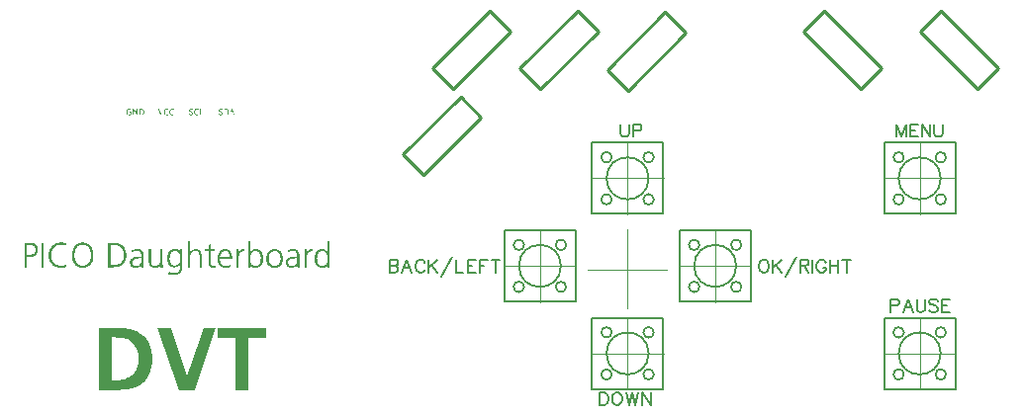
<source format=gto>
G04 Layer: TopSilkscreenLayer*
G04 EasyEDA v6.5.29, 2023-07-14 15:37:15*
G04 db832162b2324ea39ecaeeaa3fe534e0,1e4d668faf9c44eeab1497739a8aa4b2,10*
G04 Gerber Generator version 0.2*
G04 Scale: 100 percent, Rotated: No, Reflected: No *
G04 Dimensions in millimeters *
G04 leading zeros omitted , absolute positions ,4 integer and 5 decimal *
%FSLAX45Y45*%
%MOMM*%

%ADD10C,0.1524*%
%ADD11C,0.0500*%
%ADD12C,0.2499*%
%ADD13C,0.0508*%
%ADD14C,0.2032*%
%ADD15C,0.0101*%

%LPD*%
G36*
X1558391Y2598623D02*
G01*
X1553260Y2598115D01*
X1548587Y2596591D01*
X1544421Y2594152D01*
X1540865Y2590800D01*
X1537970Y2586634D01*
X1535785Y2581706D01*
X1534464Y2576017D01*
X1534007Y2569667D01*
X1534464Y2563266D01*
X1535785Y2557526D01*
X1537919Y2552598D01*
X1540764Y2548432D01*
X1544269Y2545130D01*
X1548333Y2542692D01*
X1552905Y2541219D01*
X1557883Y2540711D01*
X1562912Y2541219D01*
X1567434Y2542794D01*
X1571396Y2545334D01*
X1574901Y2548839D01*
X1571345Y2552649D01*
X1568500Y2549956D01*
X1565402Y2547975D01*
X1561947Y2546705D01*
X1558137Y2546299D01*
X1550720Y2547975D01*
X1545132Y2552649D01*
X1541576Y2560015D01*
X1540357Y2569667D01*
X1541627Y2579420D01*
X1545285Y2586786D01*
X1550974Y2591409D01*
X1558391Y2593035D01*
X1561795Y2592628D01*
X1564894Y2591511D01*
X1567637Y2589834D01*
X1570075Y2587701D01*
X1573631Y2591765D01*
X1570786Y2594356D01*
X1567230Y2596540D01*
X1563065Y2598064D01*
G37*
G36*
X1604365Y2598623D02*
G01*
X1599234Y2598115D01*
X1594561Y2596591D01*
X1590395Y2594152D01*
X1586839Y2590800D01*
X1583944Y2586634D01*
X1581759Y2581706D01*
X1580438Y2576017D01*
X1579981Y2569667D01*
X1580438Y2563266D01*
X1581759Y2557526D01*
X1583893Y2552598D01*
X1586738Y2548432D01*
X1590243Y2545130D01*
X1594307Y2542692D01*
X1598879Y2541219D01*
X1603857Y2540711D01*
X1608988Y2541219D01*
X1613509Y2542794D01*
X1617421Y2545334D01*
X1620875Y2548839D01*
X1617319Y2552649D01*
X1614525Y2549956D01*
X1611477Y2547975D01*
X1608023Y2546705D01*
X1604111Y2546299D01*
X1596694Y2547975D01*
X1591106Y2552649D01*
X1587550Y2560015D01*
X1586331Y2569667D01*
X1587601Y2579420D01*
X1591259Y2586786D01*
X1596948Y2591409D01*
X1604365Y2593035D01*
X1607820Y2592628D01*
X1610969Y2591511D01*
X1613712Y2589834D01*
X1616049Y2587701D01*
X1619605Y2591765D01*
X1616760Y2594356D01*
X1613306Y2596540D01*
X1609140Y2598064D01*
G37*
G36*
X1487271Y2597607D02*
G01*
X1505051Y2541727D01*
X1512417Y2541727D01*
X1530197Y2597607D01*
X1523847Y2597607D01*
X1508861Y2548331D01*
X1508607Y2548331D01*
X1503273Y2566619D01*
X1493875Y2597607D01*
G37*
G36*
X1237335Y2598623D02*
G01*
X1232001Y2598115D01*
X1227175Y2596591D01*
X1222908Y2594152D01*
X1219200Y2590800D01*
X1216253Y2586634D01*
X1214018Y2581706D01*
X1212646Y2576017D01*
X1212189Y2569667D01*
X1212646Y2563266D01*
X1213967Y2557526D01*
X1216152Y2552598D01*
X1219047Y2548432D01*
X1222654Y2545130D01*
X1226870Y2542692D01*
X1231595Y2541219D01*
X1236827Y2540711D01*
X1242212Y2541219D01*
X1246987Y2542540D01*
X1250950Y2544572D01*
X1254099Y2547061D01*
X1254099Y2570175D01*
X1236065Y2570175D01*
X1236065Y2565095D01*
X1248257Y2565095D01*
X1248257Y2549855D01*
X1246174Y2548331D01*
X1243584Y2547213D01*
X1240637Y2546553D01*
X1237589Y2546299D01*
X1229461Y2547975D01*
X1223467Y2552649D01*
X1219809Y2560015D01*
X1218539Y2569667D01*
X1219860Y2579420D01*
X1223670Y2586786D01*
X1229664Y2591409D01*
X1237589Y2593035D01*
X1241552Y2592578D01*
X1244803Y2591409D01*
X1247495Y2589733D01*
X1249781Y2587701D01*
X1253337Y2591765D01*
X1250543Y2594254D01*
X1247038Y2596438D01*
X1242669Y2598013D01*
G37*
G36*
X1267561Y2597607D02*
G01*
X1267561Y2541727D01*
X1273403Y2541727D01*
X1273302Y2576525D01*
X1272641Y2589225D01*
X1273149Y2589225D01*
X1279245Y2577795D01*
X1300073Y2541727D01*
X1306677Y2541727D01*
X1306677Y2597607D01*
X1300581Y2597607D01*
X1300632Y2562961D01*
X1301597Y2549855D01*
X1301089Y2549855D01*
X1294993Y2561285D01*
X1273911Y2597607D01*
G37*
G36*
X1322171Y2597607D02*
G01*
X1322171Y2592273D01*
X1335379Y2592273D01*
X1340104Y2591917D01*
X1344168Y2590800D01*
X1347622Y2588971D01*
X1350467Y2586431D01*
X1352651Y2583230D01*
X1354175Y2579420D01*
X1355140Y2574950D01*
X1355445Y2569921D01*
X1355140Y2564841D01*
X1354175Y2560320D01*
X1352651Y2556357D01*
X1350467Y2553055D01*
X1347622Y2550363D01*
X1344168Y2548432D01*
X1340104Y2547213D01*
X1335379Y2546807D01*
X1328521Y2546807D01*
X1328521Y2592273D01*
X1322171Y2592273D01*
X1322171Y2541727D01*
X1336141Y2541727D01*
X1342136Y2542235D01*
X1347368Y2543657D01*
X1351788Y2546045D01*
X1355445Y2549245D01*
X1358341Y2553309D01*
X1360373Y2558135D01*
X1361643Y2563672D01*
X1362049Y2569921D01*
X1361643Y2576169D01*
X1360373Y2581656D01*
X1358290Y2586380D01*
X1355445Y2590342D01*
X1351737Y2593492D01*
X1347266Y2595727D01*
X1341932Y2597150D01*
X1335887Y2597607D01*
G37*
G36*
X1764639Y2598623D02*
G01*
X1757730Y2597556D01*
X1752295Y2594508D01*
X1748637Y2589834D01*
X1747367Y2583891D01*
X1748434Y2578557D01*
X1751177Y2574594D01*
X1754835Y2571699D01*
X1758797Y2569667D01*
X1770634Y2564384D01*
X1773631Y2562352D01*
X1775612Y2559710D01*
X1776323Y2555951D01*
X1775460Y2551988D01*
X1773072Y2548940D01*
X1769211Y2547010D01*
X1764131Y2546299D01*
X1759762Y2546807D01*
X1755597Y2548229D01*
X1751736Y2550464D01*
X1748383Y2553411D01*
X1744573Y2549093D01*
X1748485Y2545638D01*
X1753107Y2542997D01*
X1758289Y2541320D01*
X1764131Y2540711D01*
X1771853Y2541930D01*
X1777695Y2545232D01*
X1781352Y2550261D01*
X1782673Y2556459D01*
X1781759Y2561793D01*
X1779320Y2565806D01*
X1775714Y2568854D01*
X1771243Y2571191D01*
X1759813Y2576220D01*
X1756765Y2578150D01*
X1754581Y2580792D01*
X1753717Y2584399D01*
X1754530Y2588006D01*
X1756765Y2590698D01*
X1760220Y2592425D01*
X1764639Y2593035D01*
X1768398Y2592679D01*
X1771751Y2591612D01*
X1774799Y2589936D01*
X1777593Y2587701D01*
X1780895Y2591765D01*
X1777644Y2594457D01*
X1773783Y2596642D01*
X1769414Y2598115D01*
G37*
G36*
X1815185Y2598623D02*
G01*
X1810004Y2598115D01*
X1805330Y2596591D01*
X1801114Y2594152D01*
X1797507Y2590800D01*
X1794560Y2586634D01*
X1792376Y2581706D01*
X1791004Y2576017D01*
X1790547Y2569667D01*
X1791004Y2563266D01*
X1792376Y2557526D01*
X1794560Y2552598D01*
X1797456Y2548432D01*
X1801012Y2545130D01*
X1805127Y2542692D01*
X1809699Y2541219D01*
X1814677Y2540711D01*
X1819706Y2541219D01*
X1824228Y2542794D01*
X1828190Y2545334D01*
X1831695Y2548839D01*
X1828139Y2552649D01*
X1825294Y2549956D01*
X1822196Y2547975D01*
X1818741Y2546705D01*
X1814931Y2546299D01*
X1807514Y2547975D01*
X1801926Y2552649D01*
X1798370Y2560015D01*
X1797151Y2569667D01*
X1798421Y2579420D01*
X1802079Y2586786D01*
X1807768Y2591409D01*
X1815185Y2593035D01*
X1818589Y2592628D01*
X1821688Y2591511D01*
X1824431Y2589834D01*
X1826869Y2587701D01*
X1830171Y2591765D01*
X1827479Y2594356D01*
X1823974Y2596540D01*
X1819859Y2598064D01*
G37*
G36*
X1842109Y2597607D02*
G01*
X1842109Y2541727D01*
X1873097Y2541727D01*
X1873097Y2547061D01*
X1848459Y2547061D01*
X1848459Y2597607D01*
G37*
G36*
X2018639Y2598623D02*
G01*
X2011730Y2597556D01*
X2006295Y2594508D01*
X2002637Y2589834D01*
X2001367Y2583891D01*
X2002434Y2578557D01*
X2005177Y2574594D01*
X2008835Y2571699D01*
X2012797Y2569667D01*
X2024634Y2564384D01*
X2027631Y2562352D01*
X2029612Y2559710D01*
X2030323Y2555951D01*
X2029460Y2551988D01*
X2027072Y2548940D01*
X2023211Y2547010D01*
X2018131Y2546299D01*
X2013762Y2546807D01*
X2009597Y2548229D01*
X2005736Y2550464D01*
X2002383Y2553411D01*
X1998573Y2549093D01*
X2002485Y2545638D01*
X2007107Y2542997D01*
X2012289Y2541320D01*
X2018131Y2540711D01*
X2025853Y2541930D01*
X2031695Y2545232D01*
X2035352Y2550261D01*
X2036673Y2556459D01*
X2035759Y2561793D01*
X2033320Y2565806D01*
X2029714Y2568854D01*
X2025243Y2571191D01*
X2013813Y2576220D01*
X2010765Y2578150D01*
X2008581Y2580792D01*
X2007717Y2584399D01*
X2008530Y2588006D01*
X2010765Y2590698D01*
X2014220Y2592425D01*
X2018639Y2593035D01*
X2022398Y2592679D01*
X2025751Y2591612D01*
X2028799Y2589936D01*
X2031593Y2587701D01*
X2034895Y2591765D01*
X2031644Y2594457D01*
X2027783Y2596642D01*
X2023414Y2598115D01*
G37*
G36*
X2047849Y2597607D02*
G01*
X2047849Y2592273D01*
X2061057Y2592273D01*
X2065782Y2591917D01*
X2069846Y2590800D01*
X2073300Y2588971D01*
X2076145Y2586431D01*
X2078329Y2583230D01*
X2079853Y2579420D01*
X2080818Y2574950D01*
X2081123Y2569921D01*
X2080818Y2564841D01*
X2079853Y2560320D01*
X2078329Y2556357D01*
X2076145Y2553055D01*
X2073300Y2550363D01*
X2069846Y2548432D01*
X2065782Y2547213D01*
X2061057Y2546807D01*
X2054199Y2546807D01*
X2054199Y2592273D01*
X2047849Y2592273D01*
X2047849Y2541727D01*
X2061819Y2541727D01*
X2067814Y2542235D01*
X2073046Y2543657D01*
X2077466Y2546045D01*
X2081123Y2549245D01*
X2084019Y2553309D01*
X2086051Y2558135D01*
X2087321Y2563672D01*
X2087727Y2569921D01*
X2087321Y2576169D01*
X2086051Y2581656D01*
X2083968Y2586380D01*
X2081123Y2590342D01*
X2077415Y2593492D01*
X2072944Y2595727D01*
X2067610Y2597150D01*
X2061565Y2597607D01*
G37*
G36*
X2110841Y2597607D02*
G01*
X2099498Y2564333D01*
X2105253Y2564333D01*
X2109774Y2578049D01*
X2113889Y2592273D01*
X2114143Y2592273D01*
X2117039Y2582672D01*
X2123033Y2564333D01*
X2099498Y2564333D01*
X2091791Y2541727D01*
X2098141Y2541727D01*
X2103729Y2559253D01*
X2124557Y2559253D01*
X2130145Y2541727D01*
X2136749Y2541727D01*
X2117699Y2597607D01*
G37*
G36*
X976579Y721156D02*
G01*
X976579Y637844D01*
X1084275Y637844D01*
X1100023Y637692D01*
X1133043Y636625D01*
X1154887Y635101D01*
X1165047Y634034D01*
X1174851Y632714D01*
X1184351Y630986D01*
X1193647Y628904D01*
X1202639Y626414D01*
X1219962Y620014D01*
X1236421Y611428D01*
X1245819Y605536D01*
X1254607Y599033D01*
X1262837Y591921D01*
X1270508Y584149D01*
X1277620Y575767D01*
X1284173Y566775D01*
X1290167Y557174D01*
X1295603Y546912D01*
X1300480Y536295D01*
X1304747Y525475D01*
X1308303Y514502D01*
X1311249Y503377D01*
X1313484Y492048D01*
X1315161Y480517D01*
X1316126Y468884D01*
X1316431Y456996D01*
X1316024Y441451D01*
X1314805Y426567D01*
X1312824Y412394D01*
X1309979Y398881D01*
X1306372Y386080D01*
X1301953Y373938D01*
X1296771Y362508D01*
X1290929Y351790D01*
X1284427Y341680D01*
X1277213Y332282D01*
X1269339Y323596D01*
X1260805Y315518D01*
X1251559Y308102D01*
X1241704Y301294D01*
X1231290Y295148D01*
X1220266Y289661D01*
X1208684Y284886D01*
X1196543Y280720D01*
X1183741Y277164D01*
X1170432Y274269D01*
X1156563Y271983D01*
X1142136Y270357D01*
X1127201Y269392D01*
X1111707Y269036D01*
X1099261Y269798D01*
X1084275Y269798D01*
X1084275Y637844D01*
X976579Y637844D01*
X976579Y187502D01*
X1143711Y187604D01*
X1169009Y188468D01*
X1193495Y190144D01*
X1205433Y191312D01*
X1217218Y192735D01*
X1228902Y194513D01*
X1240485Y196748D01*
X1251966Y199339D01*
X1263294Y202387D01*
X1274521Y205790D01*
X1285595Y209702D01*
X1296212Y214071D01*
X1306474Y218897D01*
X1316278Y224231D01*
X1325727Y230022D01*
X1334719Y236270D01*
X1344574Y243738D01*
X1353870Y251612D01*
X1362608Y259892D01*
X1370787Y268579D01*
X1378407Y277672D01*
X1385519Y287172D01*
X1392072Y297078D01*
X1398066Y307390D01*
X1403502Y318109D01*
X1408379Y329234D01*
X1412849Y340664D01*
X1416812Y352348D01*
X1420317Y364185D01*
X1423365Y376275D01*
X1425905Y388569D01*
X1428038Y401066D01*
X1429664Y413766D01*
X1430832Y426720D01*
X1431544Y439826D01*
X1431747Y453186D01*
X1431594Y463956D01*
X1430426Y485393D01*
X1429359Y496112D01*
X1428038Y506780D01*
X1426413Y517448D01*
X1423416Y533044D01*
X1419758Y547928D01*
X1415440Y562254D01*
X1410411Y575868D01*
X1404467Y589229D01*
X1397609Y602234D01*
X1389735Y614984D01*
X1380947Y627430D01*
X1371041Y639267D01*
X1360170Y650240D01*
X1348333Y660450D01*
X1335481Y669848D01*
X1324762Y677011D01*
X1313637Y683514D01*
X1302105Y689406D01*
X1290116Y694690D01*
X1277721Y699363D01*
X1264869Y703376D01*
X1251813Y706983D01*
X1238808Y710082D01*
X1225753Y712724D01*
X1212697Y714908D01*
X1199692Y716635D01*
X1173327Y718870D01*
X1144930Y720344D01*
X1114196Y721106D01*
G37*
G36*
X1477721Y721156D02*
G01*
X1663649Y187502D01*
X1795729Y187502D01*
X1976831Y721156D01*
X1869897Y721156D01*
X1755902Y375208D01*
X1748942Y352958D01*
X1742236Y329539D01*
X1732483Y292150D01*
X1726488Y314655D01*
X1720189Y336448D01*
X1713534Y357479D01*
X1706575Y377748D01*
X1593037Y721156D01*
G37*
G36*
X1991309Y721156D02*
G01*
X1991309Y633272D01*
X2143709Y633272D01*
X2143709Y187502D01*
X2251659Y187502D01*
X2251659Y633272D01*
X2405075Y633272D01*
X2405075Y721156D01*
G37*
G36*
X1736699Y1462430D02*
G01*
X1736699Y1237386D01*
X1755495Y1237386D01*
X1755597Y1324508D01*
X1756765Y1334719D01*
X1757832Y1339799D01*
X1759204Y1344828D01*
X1760931Y1349654D01*
X1763014Y1354277D01*
X1765503Y1358646D01*
X1768398Y1362710D01*
X1771650Y1366418D01*
X1775358Y1369669D01*
X1779473Y1372463D01*
X1784045Y1374749D01*
X1789125Y1376426D01*
X1794662Y1377492D01*
X1800707Y1377848D01*
X1807972Y1377391D01*
X1814220Y1376019D01*
X1819554Y1373886D01*
X1823974Y1370939D01*
X1827631Y1367332D01*
X1830578Y1363116D01*
X1832813Y1358341D01*
X1834540Y1353108D01*
X1835708Y1347419D01*
X1836470Y1341424D01*
X1836877Y1335125D01*
X1837029Y1328572D01*
X1837029Y1237386D01*
X1856079Y1237386D01*
X1856079Y1329080D01*
X1855927Y1336040D01*
X1855520Y1342694D01*
X1854758Y1349044D01*
X1853692Y1355090D01*
X1852218Y1360830D01*
X1850339Y1366164D01*
X1848053Y1371142D01*
X1845310Y1375714D01*
X1842109Y1379829D01*
X1838350Y1383436D01*
X1834083Y1386586D01*
X1829257Y1389227D01*
X1823821Y1391310D01*
X1817776Y1392885D01*
X1811121Y1393799D01*
X1803755Y1394104D01*
X1795576Y1393545D01*
X1788007Y1391869D01*
X1780946Y1389227D01*
X1774545Y1385671D01*
X1768754Y1381353D01*
X1763725Y1376324D01*
X1759457Y1370736D01*
X1756003Y1364640D01*
X1755495Y1364640D01*
X1755495Y1462430D01*
G37*
G36*
X2251303Y1462430D02*
G01*
X2251303Y1314094D01*
X2270353Y1314094D01*
X2270455Y1319377D01*
X2271522Y1330248D01*
X2272538Y1335735D01*
X2273858Y1341170D01*
X2275535Y1346454D01*
X2277567Y1351534D01*
X2280005Y1356360D01*
X2282799Y1360881D01*
X2286050Y1364996D01*
X2289759Y1368653D01*
X2293924Y1371803D01*
X2298547Y1374343D01*
X2303678Y1376273D01*
X2309368Y1377442D01*
X2315565Y1377848D01*
X2322017Y1377492D01*
X2327859Y1376324D01*
X2333142Y1374546D01*
X2337866Y1372057D01*
X2342083Y1369060D01*
X2345791Y1365504D01*
X2348992Y1361541D01*
X2351786Y1357122D01*
X2354173Y1352397D01*
X2356154Y1347317D01*
X2357729Y1342034D01*
X2358999Y1336598D01*
X2359914Y1331010D01*
X2360879Y1319733D01*
X2361031Y1314094D01*
X2360523Y1302816D01*
X2359914Y1297178D01*
X2358999Y1291590D01*
X2357729Y1286103D01*
X2356154Y1280769D01*
X2354173Y1275740D01*
X2351786Y1270965D01*
X2348992Y1266545D01*
X2345791Y1262532D01*
X2342083Y1258976D01*
X2337866Y1255928D01*
X2333142Y1253439D01*
X2327859Y1251610D01*
X2322017Y1250492D01*
X2315565Y1250086D01*
X2309520Y1250492D01*
X2303983Y1251712D01*
X2298903Y1253591D01*
X2294331Y1256182D01*
X2290216Y1259332D01*
X2286508Y1262989D01*
X2283256Y1267104D01*
X2280361Y1271625D01*
X2277872Y1276451D01*
X2275789Y1281582D01*
X2274062Y1286865D01*
X2272690Y1292301D01*
X2271623Y1297838D01*
X2270455Y1308760D01*
X2270353Y1314094D01*
X2251303Y1314094D01*
X2251303Y1237386D01*
X2270353Y1237386D01*
X2270353Y1261770D01*
X2270861Y1261770D01*
X2274925Y1254963D01*
X2279497Y1249172D01*
X2284679Y1244346D01*
X2290318Y1240485D01*
X2296566Y1237538D01*
X2303322Y1235456D01*
X2310688Y1234236D01*
X2318613Y1233830D01*
X2324709Y1234084D01*
X2330551Y1234846D01*
X2336038Y1236116D01*
X2341219Y1237843D01*
X2346096Y1239977D01*
X2350668Y1242568D01*
X2354935Y1245616D01*
X2358847Y1249019D01*
X2362504Y1252778D01*
X2365806Y1256944D01*
X2368804Y1261414D01*
X2371496Y1266190D01*
X2373833Y1271320D01*
X2375916Y1276705D01*
X2377643Y1282395D01*
X2379065Y1288288D01*
X2380183Y1294434D01*
X2380945Y1300784D01*
X2381402Y1307388D01*
X2381605Y1314094D01*
X2381453Y1320952D01*
X2381046Y1327658D01*
X2380335Y1334058D01*
X2379370Y1340256D01*
X2378049Y1346200D01*
X2376474Y1351889D01*
X2374595Y1357274D01*
X2372360Y1362354D01*
X2369820Y1367129D01*
X2366924Y1371549D01*
X2363724Y1375613D01*
X2360168Y1379321D01*
X2356307Y1382674D01*
X2352040Y1385620D01*
X2347417Y1388160D01*
X2342388Y1390243D01*
X2337054Y1391920D01*
X2331262Y1393139D01*
X2325116Y1393850D01*
X2318613Y1394104D01*
X2311400Y1393698D01*
X2304846Y1392478D01*
X2298903Y1390599D01*
X2293518Y1388160D01*
X2288743Y1385366D01*
X2284526Y1382217D01*
X2280869Y1378966D01*
X2277821Y1375664D01*
X2275281Y1372463D01*
X2273249Y1369466D01*
X2271776Y1366824D01*
X2270861Y1364640D01*
X2270353Y1364640D01*
X2270353Y1462430D01*
G37*
G36*
X2933547Y1462430D02*
G01*
X2933547Y1364640D01*
X2933039Y1364640D01*
X2930601Y1369466D01*
X2926080Y1375664D01*
X2922981Y1378966D01*
X2919323Y1382217D01*
X2915107Y1385366D01*
X2910332Y1388160D01*
X2904998Y1390599D01*
X2899003Y1392478D01*
X2892450Y1393698D01*
X2885287Y1394104D01*
X2878734Y1393850D01*
X2872587Y1393139D01*
X2866847Y1391920D01*
X2861462Y1390243D01*
X2856433Y1388160D01*
X2851810Y1385620D01*
X2847594Y1382674D01*
X2843682Y1379321D01*
X2840126Y1375613D01*
X2836926Y1371549D01*
X2834030Y1367129D01*
X2831490Y1362354D01*
X2829306Y1357274D01*
X2827375Y1351889D01*
X2825800Y1346200D01*
X2824530Y1340256D01*
X2823514Y1334058D01*
X2822803Y1327658D01*
X2822397Y1320952D01*
X2822295Y1314094D01*
X2843123Y1314094D01*
X2843580Y1325372D01*
X2844190Y1331010D01*
X2845104Y1336598D01*
X2846324Y1342034D01*
X2847898Y1347317D01*
X2849829Y1352397D01*
X2852166Y1357122D01*
X2854960Y1361541D01*
X2858160Y1365504D01*
X2861868Y1369060D01*
X2866034Y1372057D01*
X2870758Y1374546D01*
X2876042Y1376324D01*
X2881884Y1377492D01*
X2888335Y1377848D01*
X2894330Y1377442D01*
X2899867Y1376273D01*
X2904947Y1374343D01*
X2909519Y1371803D01*
X2913634Y1368653D01*
X2917342Y1364996D01*
X2920644Y1360881D01*
X2923489Y1356360D01*
X2925978Y1351534D01*
X2928061Y1346454D01*
X2929788Y1341170D01*
X2931160Y1335735D01*
X2932226Y1330248D01*
X2933395Y1319377D01*
X2933547Y1314094D01*
X2933395Y1308760D01*
X2932226Y1297838D01*
X2931160Y1292301D01*
X2929788Y1286865D01*
X2928061Y1281582D01*
X2925978Y1276451D01*
X2923489Y1271625D01*
X2920644Y1267104D01*
X2917342Y1262989D01*
X2913634Y1259332D01*
X2909519Y1256182D01*
X2904947Y1253591D01*
X2899867Y1251712D01*
X2894330Y1250492D01*
X2888335Y1250086D01*
X2881884Y1250492D01*
X2876042Y1251610D01*
X2870758Y1253439D01*
X2866034Y1255928D01*
X2861868Y1258976D01*
X2858160Y1262532D01*
X2854960Y1266545D01*
X2852166Y1270965D01*
X2849829Y1275740D01*
X2847898Y1280769D01*
X2846324Y1286103D01*
X2845104Y1291590D01*
X2844190Y1297178D01*
X2843580Y1302816D01*
X2843123Y1314094D01*
X2822295Y1314094D01*
X2822448Y1307388D01*
X2822905Y1300784D01*
X2823718Y1294434D01*
X2824784Y1288288D01*
X2826207Y1282395D01*
X2827985Y1276705D01*
X2830017Y1271320D01*
X2832354Y1266190D01*
X2835046Y1261414D01*
X2838043Y1256944D01*
X2841345Y1252778D01*
X2845003Y1249019D01*
X2848914Y1245616D01*
X2853182Y1242568D01*
X2857754Y1239977D01*
X2862630Y1237843D01*
X2867812Y1236116D01*
X2873298Y1234846D01*
X2879140Y1234084D01*
X2885287Y1233830D01*
X2893161Y1234236D01*
X2900527Y1235456D01*
X2907284Y1237538D01*
X2913532Y1240485D01*
X2919222Y1244346D01*
X2924352Y1249172D01*
X2928924Y1254963D01*
X2933039Y1261770D01*
X2933547Y1261770D01*
X2933547Y1237386D01*
X2952597Y1237386D01*
X2952597Y1462430D01*
G37*
G36*
X651865Y1450492D02*
G01*
X645007Y1450340D01*
X638352Y1449832D01*
X631850Y1449019D01*
X625602Y1447850D01*
X619506Y1446377D01*
X613664Y1444599D01*
X608025Y1442516D01*
X602589Y1440180D01*
X597357Y1437487D01*
X592378Y1434592D01*
X587603Y1431391D01*
X583082Y1427886D01*
X578764Y1424178D01*
X574700Y1420215D01*
X570941Y1415999D01*
X567385Y1411528D01*
X564083Y1406855D01*
X561035Y1401978D01*
X558292Y1396847D01*
X555802Y1391513D01*
X553567Y1385976D01*
X551637Y1380286D01*
X550011Y1374394D01*
X548640Y1368298D01*
X547573Y1362049D01*
X546811Y1355598D01*
X546354Y1349044D01*
X546201Y1342288D01*
X546354Y1335430D01*
X546760Y1328724D01*
X547522Y1322171D01*
X548589Y1315821D01*
X549910Y1309674D01*
X551484Y1303680D01*
X553415Y1297940D01*
X555599Y1292352D01*
X558038Y1287018D01*
X560730Y1281887D01*
X563727Y1276959D01*
X566978Y1272336D01*
X570484Y1267866D01*
X574243Y1263700D01*
X578256Y1259738D01*
X582523Y1256030D01*
X587044Y1252626D01*
X591820Y1249476D01*
X596798Y1246581D01*
X602030Y1243990D01*
X607466Y1241653D01*
X613156Y1239621D01*
X619048Y1237894D01*
X625195Y1236421D01*
X631545Y1235303D01*
X638098Y1234490D01*
X644855Y1233982D01*
X657250Y1233932D01*
X669848Y1234846D01*
X676503Y1235760D01*
X683107Y1236980D01*
X689406Y1238554D01*
X695045Y1240536D01*
X699871Y1242974D01*
X698601Y1261008D01*
X693724Y1258519D01*
X688187Y1256487D01*
X682142Y1254912D01*
X675894Y1253693D01*
X669493Y1252829D01*
X657301Y1251966D01*
X651865Y1251864D01*
X645058Y1252067D01*
X638556Y1252626D01*
X632307Y1253591D01*
X626313Y1254912D01*
X620623Y1256588D01*
X615238Y1258570D01*
X610108Y1260906D01*
X605231Y1263599D01*
X600659Y1266545D01*
X596392Y1269847D01*
X592378Y1273403D01*
X588670Y1277264D01*
X585216Y1281430D01*
X582117Y1285798D01*
X579272Y1290472D01*
X576681Y1295349D01*
X574446Y1300530D01*
X572465Y1305864D01*
X570788Y1311452D01*
X569468Y1317244D01*
X568401Y1323238D01*
X567639Y1329436D01*
X567182Y1335786D01*
X567029Y1342288D01*
X567182Y1348689D01*
X567639Y1354937D01*
X568401Y1361033D01*
X569518Y1366977D01*
X570941Y1372717D01*
X572617Y1378254D01*
X574598Y1383588D01*
X576935Y1388719D01*
X579526Y1393596D01*
X582422Y1398270D01*
X585571Y1402689D01*
X589026Y1406804D01*
X592785Y1410716D01*
X596798Y1414272D01*
X601116Y1417624D01*
X605688Y1420622D01*
X610565Y1423314D01*
X615645Y1425651D01*
X621030Y1427683D01*
X626668Y1429410D01*
X632612Y1430731D01*
X638759Y1431696D01*
X645160Y1432255D01*
X651865Y1432458D01*
X663498Y1432052D01*
X675792Y1430578D01*
X681888Y1429410D01*
X687781Y1427835D01*
X693369Y1425905D01*
X698601Y1423568D01*
X699871Y1442618D01*
X695147Y1444650D01*
X689457Y1446326D01*
X683056Y1447698D01*
X676300Y1448765D01*
X662940Y1450086D01*
G37*
G36*
X837539Y1450492D02*
G01*
X830884Y1450289D01*
X824534Y1449730D01*
X818438Y1448765D01*
X812546Y1447495D01*
X806958Y1445818D01*
X801573Y1443837D01*
X796442Y1441551D01*
X791616Y1438960D01*
X786993Y1436065D01*
X782624Y1432864D01*
X778510Y1429461D01*
X774649Y1425752D01*
X770991Y1421790D01*
X767588Y1417624D01*
X764438Y1413256D01*
X761542Y1408684D01*
X758901Y1403908D01*
X756462Y1398930D01*
X754278Y1393799D01*
X752348Y1388516D01*
X749198Y1377543D01*
X746963Y1366113D01*
X746201Y1360271D01*
X745388Y1348333D01*
X745337Y1342288D01*
X766165Y1342288D01*
X766622Y1353362D01*
X767994Y1364335D01*
X769061Y1369720D01*
X771906Y1380236D01*
X773684Y1385316D01*
X775716Y1390243D01*
X778002Y1395018D01*
X780542Y1399590D01*
X783336Y1403959D01*
X786384Y1408074D01*
X789736Y1411986D01*
X793292Y1415592D01*
X797102Y1418894D01*
X801217Y1421942D01*
X805586Y1424584D01*
X810209Y1426921D01*
X815136Y1428851D01*
X820318Y1430426D01*
X825753Y1431544D01*
X831494Y1432255D01*
X837539Y1432458D01*
X843534Y1432255D01*
X849274Y1431544D01*
X854710Y1430426D01*
X859891Y1428851D01*
X864819Y1426921D01*
X869442Y1424584D01*
X873810Y1421942D01*
X877925Y1418894D01*
X881735Y1415592D01*
X885342Y1411986D01*
X888644Y1408074D01*
X891692Y1403959D01*
X894486Y1399590D01*
X897026Y1395018D01*
X899312Y1390243D01*
X901344Y1385316D01*
X903122Y1380236D01*
X905967Y1369720D01*
X907034Y1364335D01*
X908405Y1353362D01*
X908913Y1342288D01*
X908405Y1331163D01*
X907846Y1325626D01*
X905967Y1314754D01*
X903122Y1304188D01*
X901344Y1299108D01*
X899312Y1294130D01*
X897026Y1289354D01*
X894486Y1284782D01*
X891692Y1280414D01*
X888644Y1276299D01*
X885342Y1272387D01*
X881735Y1268780D01*
X877925Y1265428D01*
X873810Y1262430D01*
X869442Y1259738D01*
X864819Y1257452D01*
X859891Y1255471D01*
X854710Y1253947D01*
X849274Y1252829D01*
X843534Y1252118D01*
X837539Y1251864D01*
X831494Y1252118D01*
X825753Y1252829D01*
X820318Y1253947D01*
X815136Y1255471D01*
X810209Y1257452D01*
X805586Y1259738D01*
X801217Y1262430D01*
X797102Y1265428D01*
X793292Y1268780D01*
X789736Y1272387D01*
X786384Y1276299D01*
X783336Y1280414D01*
X780542Y1284782D01*
X778002Y1289354D01*
X775716Y1294130D01*
X773684Y1299108D01*
X771906Y1304188D01*
X769061Y1314754D01*
X767181Y1325626D01*
X766267Y1336751D01*
X766165Y1342288D01*
X745337Y1342288D01*
X745947Y1328826D01*
X746607Y1322374D01*
X748639Y1309928D01*
X751586Y1298244D01*
X753414Y1292707D01*
X755446Y1287373D01*
X757732Y1282242D01*
X760222Y1277315D01*
X762965Y1272641D01*
X765962Y1268171D01*
X769112Y1263954D01*
X772566Y1259992D01*
X776173Y1256284D01*
X780084Y1252829D01*
X784148Y1249629D01*
X788517Y1246733D01*
X793038Y1244092D01*
X797814Y1241755D01*
X802843Y1239672D01*
X808024Y1237945D01*
X813511Y1236472D01*
X819150Y1235354D01*
X825042Y1234490D01*
X831189Y1234033D01*
X837539Y1233830D01*
X843838Y1234033D01*
X849985Y1234490D01*
X855878Y1235354D01*
X861517Y1236472D01*
X867003Y1237945D01*
X872236Y1239672D01*
X877214Y1241755D01*
X881989Y1244092D01*
X886561Y1246733D01*
X890879Y1249629D01*
X894943Y1252829D01*
X898855Y1256284D01*
X902512Y1259992D01*
X905916Y1263954D01*
X909116Y1268171D01*
X912063Y1272641D01*
X914806Y1277315D01*
X917295Y1282242D01*
X919581Y1287373D01*
X921664Y1292707D01*
X925068Y1303985D01*
X927557Y1316075D01*
X929081Y1328826D01*
X929538Y1335481D01*
X929741Y1342288D01*
X929386Y1354328D01*
X928065Y1366113D01*
X927100Y1371904D01*
X924407Y1383080D01*
X920750Y1393799D01*
X918565Y1398930D01*
X916127Y1403908D01*
X913485Y1408684D01*
X910590Y1413256D01*
X907440Y1417624D01*
X904036Y1421790D01*
X900430Y1425752D01*
X896518Y1429461D01*
X892403Y1432864D01*
X888034Y1436065D01*
X883412Y1438960D01*
X878586Y1441551D01*
X873455Y1443837D01*
X868121Y1445818D01*
X862482Y1447495D01*
X856640Y1448765D01*
X850493Y1449730D01*
X844143Y1450289D01*
G37*
G36*
X338429Y1446936D02*
G01*
X338429Y1428902D01*
X392531Y1428902D01*
X398881Y1428597D01*
X404774Y1427683D01*
X410108Y1426159D01*
X414985Y1424025D01*
X419303Y1421384D01*
X423113Y1418132D01*
X426364Y1414322D01*
X429056Y1410004D01*
X431139Y1405128D01*
X432663Y1399743D01*
X433578Y1393850D01*
X433933Y1387500D01*
X433578Y1380794D01*
X432612Y1374851D01*
X430987Y1369618D01*
X428853Y1365097D01*
X426161Y1361135D01*
X423011Y1357782D01*
X419404Y1354937D01*
X415391Y1352600D01*
X411022Y1350721D01*
X406298Y1349248D01*
X401320Y1348079D01*
X396087Y1347266D01*
X385013Y1346352D01*
X373481Y1346098D01*
X359003Y1346098D01*
X359003Y1428902D01*
X338429Y1428902D01*
X338429Y1237386D01*
X359003Y1237386D01*
X359003Y1328064D01*
X387705Y1328064D01*
X394614Y1328318D01*
X401370Y1329029D01*
X407822Y1330198D01*
X414020Y1331874D01*
X419912Y1333957D01*
X425399Y1336548D01*
X430580Y1339596D01*
X435305Y1343101D01*
X439623Y1347114D01*
X443433Y1351534D01*
X446735Y1356410D01*
X449529Y1361744D01*
X451764Y1367485D01*
X453390Y1373733D01*
X454406Y1380388D01*
X454761Y1387500D01*
X454456Y1394714D01*
X453542Y1401419D01*
X452120Y1407718D01*
X450138Y1413510D01*
X447598Y1418844D01*
X444550Y1423720D01*
X441045Y1428140D01*
X437032Y1432102D01*
X432562Y1435557D01*
X427634Y1438605D01*
X422351Y1441145D01*
X416610Y1443228D01*
X410464Y1444853D01*
X403961Y1446022D01*
X397154Y1446733D01*
X389991Y1446936D01*
G37*
G36*
X485495Y1446936D02*
G01*
X485495Y1237386D01*
X506323Y1237386D01*
X506323Y1446936D01*
G37*
G36*
X1053185Y1446936D02*
G01*
X1053185Y1428902D01*
X1110030Y1428800D01*
X1121257Y1427886D01*
X1132027Y1425956D01*
X1137208Y1424584D01*
X1142187Y1422958D01*
X1146962Y1421028D01*
X1151585Y1418793D01*
X1156004Y1416253D01*
X1160221Y1413459D01*
X1164183Y1410258D01*
X1167892Y1406804D01*
X1171346Y1402943D01*
X1174546Y1398778D01*
X1177442Y1394206D01*
X1180084Y1389329D01*
X1182370Y1383995D01*
X1184351Y1378356D01*
X1186027Y1372260D01*
X1187348Y1365758D01*
X1188262Y1358900D01*
X1188872Y1351584D01*
X1189075Y1343812D01*
X1188923Y1337106D01*
X1188466Y1330655D01*
X1187754Y1324508D01*
X1186738Y1318717D01*
X1185468Y1313129D01*
X1183894Y1307896D01*
X1182116Y1302918D01*
X1180033Y1298194D01*
X1177696Y1293774D01*
X1175105Y1289608D01*
X1172260Y1285697D01*
X1169162Y1282039D01*
X1165860Y1278686D01*
X1162304Y1275537D01*
X1158544Y1272641D01*
X1154531Y1270000D01*
X1150315Y1267561D01*
X1145895Y1265377D01*
X1141272Y1263446D01*
X1136446Y1261719D01*
X1131417Y1260195D01*
X1120749Y1257808D01*
X1109370Y1256284D01*
X1097280Y1255522D01*
X1074013Y1255420D01*
X1074013Y1428902D01*
X1053185Y1428902D01*
X1053185Y1237386D01*
X1096162Y1237488D01*
X1108710Y1238199D01*
X1120749Y1239621D01*
X1132230Y1241755D01*
X1143152Y1244701D01*
X1153363Y1248460D01*
X1158240Y1250645D01*
X1162913Y1253032D01*
X1167384Y1255623D01*
X1171702Y1258468D01*
X1175816Y1261516D01*
X1179728Y1264767D01*
X1183436Y1268222D01*
X1190142Y1275892D01*
X1193190Y1280109D01*
X1195984Y1284528D01*
X1198524Y1289151D01*
X1200861Y1294079D01*
X1202944Y1299260D01*
X1204722Y1304645D01*
X1206296Y1310284D01*
X1207566Y1316228D01*
X1208582Y1322425D01*
X1209294Y1328877D01*
X1209751Y1335582D01*
X1209903Y1342542D01*
X1209446Y1355394D01*
X1208024Y1367586D01*
X1206957Y1373479D01*
X1205636Y1379169D01*
X1204061Y1384706D01*
X1202232Y1390040D01*
X1200150Y1395171D01*
X1197813Y1400098D01*
X1195171Y1404823D01*
X1192276Y1409344D01*
X1189075Y1413611D01*
X1185621Y1417726D01*
X1181862Y1421536D01*
X1177848Y1425143D01*
X1173480Y1428496D01*
X1168857Y1431544D01*
X1163929Y1434388D01*
X1158646Y1436979D01*
X1153109Y1439265D01*
X1147216Y1441246D01*
X1141018Y1442974D01*
X1134465Y1444396D01*
X1127607Y1445514D01*
X1120394Y1446276D01*
X1112875Y1446784D01*
X1105001Y1446936D01*
G37*
G36*
X1934565Y1433982D02*
G01*
X1915769Y1427378D01*
X1915769Y1390548D01*
X1885797Y1390548D01*
X1885797Y1374292D01*
X1915769Y1374292D01*
X1915769Y1278026D01*
X1916480Y1265123D01*
X1917344Y1259230D01*
X1918665Y1253794D01*
X1920595Y1248867D01*
X1923186Y1244549D01*
X1926640Y1240891D01*
X1930958Y1237894D01*
X1936343Y1235659D01*
X1942795Y1234287D01*
X1950567Y1233830D01*
X1957374Y1234287D01*
X1963826Y1235354D01*
X1969414Y1236726D01*
X1973681Y1238148D01*
X1972411Y1253642D01*
X1968449Y1252220D01*
X1964436Y1251102D01*
X1960067Y1250391D01*
X1955139Y1250086D01*
X1949805Y1250594D01*
X1945386Y1252118D01*
X1941779Y1254455D01*
X1939036Y1257503D01*
X1936953Y1261262D01*
X1935581Y1265529D01*
X1934768Y1270203D01*
X1934565Y1275232D01*
X1934565Y1374292D01*
X1969363Y1374292D01*
X1969363Y1390548D01*
X1934565Y1390548D01*
G37*
G36*
X1304391Y1394104D02*
G01*
X1299057Y1393901D01*
X1293317Y1393291D01*
X1281226Y1391005D01*
X1269492Y1387703D01*
X1264158Y1385773D01*
X1259433Y1383690D01*
X1259433Y1365402D01*
X1264716Y1368501D01*
X1270101Y1371092D01*
X1275537Y1373276D01*
X1281125Y1374952D01*
X1286814Y1376273D01*
X1292555Y1377188D01*
X1298397Y1377696D01*
X1304391Y1377848D01*
X1310386Y1377594D01*
X1315770Y1376781D01*
X1320546Y1375410D01*
X1324660Y1373479D01*
X1328267Y1370990D01*
X1331315Y1367993D01*
X1333804Y1364437D01*
X1335786Y1360322D01*
X1337310Y1355699D01*
X1338376Y1350467D01*
X1338986Y1344777D01*
X1339189Y1330858D01*
X1325422Y1330807D01*
X1314856Y1330452D01*
X1304188Y1329690D01*
X1293571Y1328318D01*
X1283309Y1326184D01*
X1278382Y1324813D01*
X1273657Y1323187D01*
X1269085Y1321308D01*
X1264767Y1319123D01*
X1260754Y1316583D01*
X1256995Y1313789D01*
X1253591Y1310640D01*
X1250543Y1307084D01*
X1247851Y1303172D01*
X1245616Y1298803D01*
X1243787Y1294079D01*
X1242466Y1288846D01*
X1241653Y1283208D01*
X1241430Y1277772D01*
X1261973Y1277772D01*
X1262380Y1283716D01*
X1263700Y1288999D01*
X1265783Y1293622D01*
X1268577Y1297686D01*
X1272032Y1301191D01*
X1276045Y1304188D01*
X1280566Y1306677D01*
X1285595Y1308760D01*
X1290929Y1310436D01*
X1296619Y1311808D01*
X1302562Y1312824D01*
X1308658Y1313586D01*
X1321155Y1314399D01*
X1339189Y1314602D01*
X1339138Y1301851D01*
X1338783Y1293977D01*
X1338326Y1289659D01*
X1337564Y1285138D01*
X1336497Y1280515D01*
X1335024Y1275943D01*
X1333093Y1271473D01*
X1330655Y1267206D01*
X1327607Y1263192D01*
X1323949Y1259535D01*
X1319580Y1256385D01*
X1314399Y1253744D01*
X1308404Y1251762D01*
X1301546Y1250543D01*
X1293723Y1250086D01*
X1287373Y1250442D01*
X1281480Y1251610D01*
X1276045Y1253540D01*
X1271371Y1256436D01*
X1267460Y1260195D01*
X1264462Y1264970D01*
X1262634Y1270812D01*
X1261973Y1277772D01*
X1241430Y1277772D01*
X1241552Y1273302D01*
X1242110Y1269034D01*
X1243126Y1264462D01*
X1244752Y1259738D01*
X1247089Y1254963D01*
X1250238Y1250289D01*
X1254302Y1245920D01*
X1259332Y1242009D01*
X1265478Y1238656D01*
X1272844Y1236065D01*
X1281582Y1234440D01*
X1291691Y1233830D01*
X1298905Y1234287D01*
X1306118Y1235659D01*
X1313180Y1237945D01*
X1319936Y1241094D01*
X1326184Y1245057D01*
X1331772Y1249934D01*
X1336497Y1255572D01*
X1340205Y1262024D01*
X1340967Y1262024D01*
X1340967Y1237386D01*
X1359509Y1237386D01*
X1358595Y1245209D01*
X1358138Y1252880D01*
X1357985Y1260856D01*
X1357985Y1337208D01*
X1357782Y1344422D01*
X1357223Y1351127D01*
X1356258Y1357274D01*
X1354937Y1362913D01*
X1353159Y1368094D01*
X1350975Y1372768D01*
X1348384Y1376934D01*
X1345336Y1380642D01*
X1341882Y1383842D01*
X1337970Y1386636D01*
X1333550Y1388973D01*
X1328724Y1390853D01*
X1323390Y1392275D01*
X1317548Y1393291D01*
X1311198Y1393901D01*
G37*
G36*
X1623923Y1394104D02*
G01*
X1617319Y1393850D01*
X1611172Y1393139D01*
X1605381Y1391920D01*
X1599996Y1390243D01*
X1594967Y1388160D01*
X1590344Y1385620D01*
X1586077Y1382674D01*
X1582216Y1379321D01*
X1578660Y1375613D01*
X1575460Y1371549D01*
X1572615Y1367129D01*
X1570075Y1362354D01*
X1567840Y1357274D01*
X1565960Y1351889D01*
X1564386Y1346200D01*
X1563116Y1340256D01*
X1562150Y1334058D01*
X1561439Y1327658D01*
X1561033Y1320952D01*
X1560931Y1314094D01*
X1581505Y1314094D01*
X1581962Y1325372D01*
X1582572Y1331010D01*
X1583537Y1336598D01*
X1584756Y1342034D01*
X1586331Y1347317D01*
X1588312Y1352397D01*
X1590649Y1357122D01*
X1593443Y1361541D01*
X1596644Y1365504D01*
X1600352Y1369060D01*
X1604518Y1372057D01*
X1609242Y1374546D01*
X1614474Y1376324D01*
X1620266Y1377492D01*
X1626717Y1377848D01*
X1632915Y1377543D01*
X1638554Y1376629D01*
X1643735Y1375156D01*
X1648358Y1373073D01*
X1652524Y1370482D01*
X1656283Y1367383D01*
X1659534Y1363827D01*
X1662379Y1359814D01*
X1664817Y1355344D01*
X1666900Y1350467D01*
X1668576Y1345234D01*
X1669897Y1339596D01*
X1670913Y1333652D01*
X1671624Y1327404D01*
X1672031Y1320901D01*
X1672183Y1314094D01*
X1672031Y1308811D01*
X1671574Y1303477D01*
X1670812Y1298143D01*
X1669694Y1292860D01*
X1668221Y1287678D01*
X1666443Y1282700D01*
X1664258Y1277924D01*
X1661668Y1273403D01*
X1658721Y1269238D01*
X1655368Y1265428D01*
X1651558Y1262024D01*
X1647291Y1259179D01*
X1642618Y1256842D01*
X1637436Y1255115D01*
X1631797Y1254048D01*
X1625701Y1253642D01*
X1619859Y1253998D01*
X1614525Y1255014D01*
X1609648Y1256639D01*
X1605178Y1258824D01*
X1601114Y1261567D01*
X1597507Y1264818D01*
X1594307Y1268476D01*
X1591462Y1272540D01*
X1589024Y1276959D01*
X1586941Y1281684D01*
X1585214Y1286713D01*
X1583842Y1291894D01*
X1582775Y1297279D01*
X1582064Y1302816D01*
X1581607Y1308455D01*
X1581505Y1314094D01*
X1560931Y1314094D01*
X1561388Y1303680D01*
X1561998Y1298397D01*
X1562912Y1293063D01*
X1564081Y1287780D01*
X1565554Y1282547D01*
X1567383Y1277416D01*
X1569466Y1272387D01*
X1571955Y1267561D01*
X1574749Y1262989D01*
X1577949Y1258620D01*
X1581505Y1254607D01*
X1585417Y1250899D01*
X1589786Y1247546D01*
X1594561Y1244600D01*
X1599742Y1242110D01*
X1605432Y1240078D01*
X1611528Y1238605D01*
X1618081Y1237691D01*
X1625193Y1237386D01*
X1632356Y1237792D01*
X1639265Y1238961D01*
X1645818Y1241044D01*
X1651965Y1244142D01*
X1657705Y1248257D01*
X1662988Y1253490D01*
X1667713Y1259890D01*
X1671929Y1267612D01*
X1672437Y1267612D01*
X1672234Y1254861D01*
X1671574Y1242771D01*
X1670151Y1231442D01*
X1669135Y1226159D01*
X1667814Y1221130D01*
X1666138Y1216406D01*
X1664207Y1211986D01*
X1661871Y1207871D01*
X1659128Y1204112D01*
X1655978Y1200708D01*
X1652371Y1197660D01*
X1648307Y1195070D01*
X1643684Y1192885D01*
X1638554Y1191158D01*
X1632864Y1189939D01*
X1626514Y1189126D01*
X1619605Y1188872D01*
X1613408Y1189126D01*
X1607261Y1189736D01*
X1601165Y1190752D01*
X1595272Y1192072D01*
X1589633Y1193647D01*
X1584248Y1195527D01*
X1579219Y1197610D01*
X1574647Y1199794D01*
X1573123Y1180744D01*
X1580845Y1178509D01*
X1591665Y1175816D01*
X1597964Y1174597D01*
X1604772Y1173581D01*
X1611884Y1172870D01*
X1619351Y1172616D01*
X1626971Y1172870D01*
X1634134Y1173632D01*
X1640789Y1174902D01*
X1646986Y1176578D01*
X1652727Y1178712D01*
X1658010Y1181303D01*
X1662836Y1184249D01*
X1667256Y1187602D01*
X1671269Y1191310D01*
X1674875Y1195374D01*
X1678076Y1199743D01*
X1680870Y1204417D01*
X1683359Y1209344D01*
X1685442Y1214526D01*
X1687169Y1220012D01*
X1688541Y1225651D01*
X1689607Y1231493D01*
X1690370Y1237538D01*
X1690827Y1243736D01*
X1690979Y1250086D01*
X1690979Y1390548D01*
X1672183Y1390548D01*
X1672183Y1373022D01*
X1671421Y1373022D01*
X1666189Y1379169D01*
X1660956Y1384046D01*
X1655572Y1387754D01*
X1650034Y1390446D01*
X1644192Y1392275D01*
X1637944Y1393393D01*
X1631188Y1393952D01*
G37*
G36*
X2056485Y1394104D02*
G01*
X2050745Y1393850D01*
X2045207Y1393139D01*
X2039924Y1391920D01*
X2034844Y1390294D01*
X2029968Y1388160D01*
X2025396Y1385671D01*
X2021027Y1382725D01*
X2016963Y1379423D01*
X2013153Y1375714D01*
X2009648Y1371650D01*
X2006396Y1367231D01*
X2003450Y1362456D01*
X2000859Y1357376D01*
X1998522Y1351991D01*
X1996541Y1346301D01*
X1994916Y1340358D01*
X1993646Y1334160D01*
X1992463Y1324762D01*
X2012543Y1324762D01*
X2012899Y1331112D01*
X2013915Y1337411D01*
X2015642Y1343660D01*
X2018030Y1349705D01*
X2021027Y1355445D01*
X2024634Y1360728D01*
X2028799Y1365554D01*
X2033524Y1369669D01*
X2038756Y1373124D01*
X2044547Y1375664D01*
X2050796Y1377289D01*
X2057501Y1377848D01*
X2064156Y1377340D01*
X2070150Y1375765D01*
X2075484Y1373327D01*
X2080158Y1370025D01*
X2084171Y1366012D01*
X2087625Y1361338D01*
X2090470Y1356106D01*
X2092706Y1350365D01*
X2094433Y1344320D01*
X2095652Y1337970D01*
X2096363Y1331417D01*
X2096617Y1324762D01*
X1992463Y1324762D01*
X1992122Y1321003D01*
X1992071Y1307287D01*
X1992528Y1300683D01*
X1993239Y1294282D01*
X1994306Y1288084D01*
X1995678Y1282192D01*
X1997405Y1276502D01*
X1999437Y1271117D01*
X2001824Y1265986D01*
X2004568Y1261211D01*
X2007717Y1256741D01*
X2011222Y1252626D01*
X2015083Y1248867D01*
X2019401Y1245463D01*
X2024125Y1242466D01*
X2029256Y1239926D01*
X2034793Y1237792D01*
X2040788Y1236065D01*
X2047239Y1234846D01*
X2054148Y1234084D01*
X2061565Y1233830D01*
X2072538Y1234389D01*
X2084070Y1236014D01*
X2095449Y1238656D01*
X2100884Y1240332D01*
X2106015Y1242212D01*
X2106015Y1261516D01*
X2102104Y1259382D01*
X2097379Y1257300D01*
X2091994Y1255318D01*
X2086254Y1253642D01*
X2080260Y1252169D01*
X2074265Y1251051D01*
X2068474Y1250340D01*
X2063089Y1250086D01*
X2057044Y1250391D01*
X2051405Y1251305D01*
X2046122Y1252728D01*
X2041245Y1254709D01*
X2036724Y1257147D01*
X2032558Y1260094D01*
X2028799Y1263446D01*
X2025396Y1267206D01*
X2022398Y1271371D01*
X2019807Y1275842D01*
X2017572Y1280668D01*
X2015794Y1285798D01*
X2014372Y1291132D01*
X2013356Y1296720D01*
X2012746Y1302562D01*
X2012543Y1308506D01*
X2117191Y1308506D01*
X2117039Y1324305D01*
X2116632Y1330299D01*
X2115972Y1336141D01*
X2115007Y1341882D01*
X2113737Y1347419D01*
X2112213Y1352702D01*
X2110384Y1357833D01*
X2108250Y1362659D01*
X2105761Y1367282D01*
X2103018Y1371549D01*
X2099919Y1375562D01*
X2096465Y1379220D01*
X2092706Y1382522D01*
X2088642Y1385468D01*
X2084171Y1388059D01*
X2079345Y1390142D01*
X2074214Y1391869D01*
X2068677Y1393088D01*
X2062734Y1393850D01*
G37*
G36*
X2210917Y1394104D02*
G01*
X2203856Y1393393D01*
X2197455Y1391361D01*
X2191664Y1388160D01*
X2186432Y1383995D01*
X2181860Y1379016D01*
X2177846Y1373428D01*
X2174392Y1367383D01*
X2171547Y1361084D01*
X2171039Y1361084D01*
X2171039Y1390548D01*
X2151989Y1390548D01*
X2152700Y1382826D01*
X2153208Y1367129D01*
X2153259Y1237386D01*
X2172309Y1237386D01*
X2172411Y1318361D01*
X2173224Y1329029D01*
X2174036Y1334312D01*
X2175103Y1339545D01*
X2176424Y1344625D01*
X2178100Y1349502D01*
X2180082Y1354074D01*
X2182469Y1358341D01*
X2185162Y1362252D01*
X2188260Y1365656D01*
X2191816Y1368653D01*
X2195728Y1371041D01*
X2200148Y1372819D01*
X2205024Y1373936D01*
X2210409Y1374292D01*
X2217623Y1373886D01*
X2221026Y1373327D01*
X2224125Y1372514D01*
X2224125Y1392326D01*
X2217978Y1393494D01*
X2214422Y1393952D01*
G37*
G36*
X2479649Y1394104D02*
G01*
X2472385Y1393850D01*
X2465578Y1392986D01*
X2459177Y1391666D01*
X2453182Y1389786D01*
X2447594Y1387449D01*
X2442362Y1384706D01*
X2437536Y1381506D01*
X2433116Y1377950D01*
X2429052Y1373987D01*
X2425344Y1369720D01*
X2422042Y1365148D01*
X2419096Y1360271D01*
X2416556Y1355140D01*
X2414320Y1349756D01*
X2412441Y1344168D01*
X2410917Y1338427D01*
X2409748Y1332484D01*
X2408936Y1326489D01*
X2408428Y1320342D01*
X2408275Y1314094D01*
X2429103Y1314094D01*
X2429306Y1320647D01*
X2429916Y1326997D01*
X2430932Y1333093D01*
X2432354Y1338935D01*
X2434132Y1344523D01*
X2436368Y1349806D01*
X2438958Y1354683D01*
X2441956Y1359204D01*
X2445359Y1363319D01*
X2449118Y1366977D01*
X2453284Y1370177D01*
X2457805Y1372870D01*
X2462682Y1375003D01*
X2467965Y1376578D01*
X2473604Y1377543D01*
X2479649Y1377848D01*
X2485644Y1377543D01*
X2491282Y1376578D01*
X2496566Y1375003D01*
X2501493Y1372870D01*
X2506065Y1370177D01*
X2510231Y1366977D01*
X2513990Y1363319D01*
X2517394Y1359204D01*
X2520442Y1354683D01*
X2523083Y1349806D01*
X2525318Y1344523D01*
X2527147Y1338935D01*
X2528570Y1333093D01*
X2529586Y1326997D01*
X2530246Y1320647D01*
X2530449Y1314094D01*
X2530246Y1307541D01*
X2529586Y1301140D01*
X2528570Y1294993D01*
X2527147Y1289100D01*
X2525318Y1283512D01*
X2523083Y1278229D01*
X2520442Y1273302D01*
X2517394Y1268780D01*
X2513990Y1264666D01*
X2510231Y1260957D01*
X2506065Y1257757D01*
X2501493Y1255115D01*
X2496566Y1252931D01*
X2491282Y1251407D01*
X2485644Y1250442D01*
X2479649Y1250086D01*
X2473604Y1250442D01*
X2467965Y1251407D01*
X2462682Y1252931D01*
X2457805Y1255115D01*
X2453284Y1257757D01*
X2449118Y1260957D01*
X2445359Y1264666D01*
X2441956Y1268780D01*
X2438958Y1273302D01*
X2436368Y1278229D01*
X2434132Y1283512D01*
X2432354Y1289100D01*
X2430932Y1294993D01*
X2429916Y1301140D01*
X2429306Y1307541D01*
X2429103Y1314094D01*
X2408275Y1314094D01*
X2408428Y1307846D01*
X2408936Y1301648D01*
X2409748Y1295603D01*
X2410917Y1289659D01*
X2412441Y1283868D01*
X2414320Y1278280D01*
X2416556Y1272895D01*
X2419096Y1267764D01*
X2422042Y1262837D01*
X2425344Y1258265D01*
X2429052Y1253947D01*
X2433116Y1250035D01*
X2437536Y1246428D01*
X2442362Y1243279D01*
X2447594Y1240485D01*
X2453182Y1238148D01*
X2459177Y1236319D01*
X2465578Y1234948D01*
X2472385Y1234135D01*
X2479649Y1233830D01*
X2486863Y1234135D01*
X2493670Y1234948D01*
X2500071Y1236319D01*
X2506065Y1238148D01*
X2511653Y1240485D01*
X2516886Y1243279D01*
X2521712Y1246428D01*
X2526131Y1250035D01*
X2530195Y1253947D01*
X2533904Y1258265D01*
X2537206Y1262837D01*
X2540152Y1267764D01*
X2542743Y1272895D01*
X2544927Y1278280D01*
X2546807Y1283868D01*
X2548331Y1289659D01*
X2549499Y1295603D01*
X2550363Y1301648D01*
X2550820Y1307846D01*
X2551023Y1314094D01*
X2550820Y1320342D01*
X2550363Y1326489D01*
X2549499Y1332484D01*
X2548331Y1338427D01*
X2546807Y1344168D01*
X2544927Y1349756D01*
X2542743Y1355140D01*
X2540152Y1360271D01*
X2537206Y1365148D01*
X2533904Y1369720D01*
X2530195Y1373987D01*
X2526131Y1377950D01*
X2521712Y1381506D01*
X2516886Y1384706D01*
X2511653Y1387449D01*
X2506065Y1389786D01*
X2500071Y1391666D01*
X2493670Y1392986D01*
X2486863Y1393850D01*
G37*
G36*
X2638145Y1394104D02*
G01*
X2632811Y1393901D01*
X2627071Y1393291D01*
X2614980Y1391005D01*
X2603246Y1387703D01*
X2597912Y1385773D01*
X2593187Y1383690D01*
X2593187Y1365402D01*
X2598470Y1368501D01*
X2603855Y1371092D01*
X2609291Y1373276D01*
X2614879Y1374952D01*
X2620568Y1376273D01*
X2626309Y1377188D01*
X2632151Y1377696D01*
X2638145Y1377848D01*
X2644140Y1377594D01*
X2649524Y1376781D01*
X2654300Y1375410D01*
X2658414Y1373479D01*
X2662021Y1370990D01*
X2665069Y1367993D01*
X2667558Y1364437D01*
X2669540Y1360322D01*
X2671064Y1355699D01*
X2672130Y1350467D01*
X2672740Y1344777D01*
X2672943Y1330858D01*
X2659176Y1330807D01*
X2648610Y1330452D01*
X2637942Y1329690D01*
X2627325Y1328318D01*
X2617063Y1326184D01*
X2612136Y1324813D01*
X2607411Y1323187D01*
X2602839Y1321308D01*
X2598521Y1319123D01*
X2594508Y1316583D01*
X2590749Y1313789D01*
X2587345Y1310640D01*
X2584297Y1307084D01*
X2581605Y1303172D01*
X2579370Y1298803D01*
X2577541Y1294079D01*
X2576220Y1288846D01*
X2575407Y1283208D01*
X2575184Y1277772D01*
X2595727Y1277772D01*
X2596134Y1283716D01*
X2597454Y1288999D01*
X2599537Y1293622D01*
X2602331Y1297686D01*
X2605786Y1301191D01*
X2609799Y1304188D01*
X2614371Y1306677D01*
X2619349Y1308760D01*
X2624734Y1310436D01*
X2630424Y1311808D01*
X2636418Y1312824D01*
X2642514Y1313586D01*
X2655112Y1314399D01*
X2672943Y1314602D01*
X2672892Y1301851D01*
X2672537Y1293977D01*
X2672080Y1289659D01*
X2671318Y1285138D01*
X2670251Y1280515D01*
X2668828Y1275943D01*
X2666898Y1271473D01*
X2664460Y1267206D01*
X2661462Y1263192D01*
X2657805Y1259535D01*
X2653436Y1256385D01*
X2648305Y1253744D01*
X2642362Y1251762D01*
X2635504Y1250543D01*
X2627731Y1250086D01*
X2621280Y1250442D01*
X2615336Y1251610D01*
X2609900Y1253540D01*
X2605125Y1256436D01*
X2601214Y1260195D01*
X2598267Y1264970D01*
X2596388Y1270812D01*
X2595727Y1277772D01*
X2575184Y1277772D01*
X2575306Y1273302D01*
X2575864Y1269034D01*
X2576880Y1264462D01*
X2578506Y1259738D01*
X2580843Y1254963D01*
X2583992Y1250289D01*
X2588056Y1245920D01*
X2593086Y1242009D01*
X2599232Y1238656D01*
X2606598Y1236065D01*
X2615336Y1234440D01*
X2625445Y1233830D01*
X2632659Y1234287D01*
X2639923Y1235659D01*
X2647035Y1237945D01*
X2653792Y1241094D01*
X2660091Y1245057D01*
X2665730Y1249934D01*
X2670454Y1255572D01*
X2674213Y1262024D01*
X2674721Y1262024D01*
X2674721Y1237386D01*
X2693263Y1237386D01*
X2692349Y1245209D01*
X2691892Y1252880D01*
X2691739Y1260856D01*
X2691739Y1337208D01*
X2691536Y1344422D01*
X2690977Y1351127D01*
X2690012Y1357274D01*
X2688691Y1362913D01*
X2686913Y1368094D01*
X2684729Y1372768D01*
X2682138Y1376934D01*
X2679090Y1380642D01*
X2675636Y1383842D01*
X2671724Y1386636D01*
X2667304Y1388973D01*
X2662478Y1390853D01*
X2657144Y1392275D01*
X2651302Y1393291D01*
X2644952Y1393901D01*
G37*
G36*
X2794355Y1394104D02*
G01*
X2787345Y1393393D01*
X2780944Y1391361D01*
X2775153Y1388160D01*
X2770022Y1383995D01*
X2765450Y1379016D01*
X2761488Y1373428D01*
X2758084Y1367383D01*
X2755239Y1361084D01*
X2754477Y1361084D01*
X2754477Y1390548D01*
X2735681Y1390548D01*
X2736545Y1375511D01*
X2736697Y1356258D01*
X2736697Y1237386D01*
X2755747Y1237386D01*
X2755849Y1318361D01*
X2756662Y1329029D01*
X2757474Y1334312D01*
X2758541Y1339545D01*
X2759862Y1344625D01*
X2761538Y1349502D01*
X2763520Y1354074D01*
X2765907Y1358341D01*
X2768600Y1362252D01*
X2771698Y1365656D01*
X2775254Y1368653D01*
X2779166Y1371041D01*
X2783586Y1372819D01*
X2788462Y1373936D01*
X2793847Y1374292D01*
X2801061Y1373886D01*
X2804464Y1373327D01*
X2807563Y1372514D01*
X2807563Y1392326D01*
X2801416Y1393494D01*
X2797860Y1393952D01*
G37*
G36*
X1402943Y1390548D02*
G01*
X1402943Y1292758D01*
X1403096Y1286560D01*
X1403604Y1280515D01*
X1404518Y1274775D01*
X1405788Y1269288D01*
X1407414Y1264107D01*
X1409496Y1259281D01*
X1411986Y1254760D01*
X1414881Y1250645D01*
X1418234Y1246886D01*
X1422044Y1243584D01*
X1426362Y1240688D01*
X1431086Y1238300D01*
X1436370Y1236370D01*
X1442110Y1234998D01*
X1448409Y1234135D01*
X1455267Y1233830D01*
X1462786Y1234186D01*
X1469491Y1235202D01*
X1475486Y1236776D01*
X1480769Y1238808D01*
X1485442Y1241348D01*
X1489557Y1244193D01*
X1493113Y1247343D01*
X1496161Y1250696D01*
X1498803Y1254201D01*
X1501089Y1257757D01*
X1504797Y1264818D01*
X1505305Y1264818D01*
X1505305Y1237386D01*
X1523593Y1237386D01*
X1522831Y1246632D01*
X1522323Y1264666D01*
X1522323Y1390548D01*
X1503527Y1390548D01*
X1503527Y1305966D01*
X1502968Y1296212D01*
X1502257Y1291285D01*
X1501241Y1286408D01*
X1499920Y1281633D01*
X1498244Y1277010D01*
X1496212Y1272590D01*
X1493774Y1268425D01*
X1490929Y1264513D01*
X1487678Y1261008D01*
X1483969Y1257909D01*
X1479804Y1255217D01*
X1475181Y1253032D01*
X1470101Y1251458D01*
X1464462Y1250442D01*
X1458315Y1250086D01*
X1452067Y1250492D01*
X1446530Y1251610D01*
X1441602Y1253439D01*
X1437233Y1255979D01*
X1433525Y1259179D01*
X1430324Y1262989D01*
X1427683Y1267409D01*
X1425600Y1272387D01*
X1423974Y1277975D01*
X1422857Y1284020D01*
X1422196Y1290574D01*
X1421993Y1297584D01*
X1421993Y1390548D01*
G37*
D10*
X5437616Y2465311D02*
G01*
X5437616Y2387333D01*
X5442696Y2371839D01*
X5453110Y2361425D01*
X5468604Y2356345D01*
X5479018Y2356345D01*
X5494766Y2361425D01*
X5504926Y2371839D01*
X5510260Y2387333D01*
X5510260Y2465311D01*
X5544550Y2465311D02*
G01*
X5544550Y2356345D01*
X5544550Y2465311D02*
G01*
X5591286Y2465311D01*
X5606780Y2460231D01*
X5612114Y2454897D01*
X5617194Y2444483D01*
X5617194Y2428989D01*
X5612114Y2418575D01*
X5606780Y2413495D01*
X5591286Y2408161D01*
X5544550Y2408161D01*
X5262615Y165442D02*
G01*
X5262615Y56222D01*
X5262615Y165442D02*
G01*
X5298937Y165442D01*
X5314431Y160108D01*
X5324845Y149694D01*
X5329925Y139280D01*
X5335259Y123786D01*
X5335259Y97878D01*
X5329925Y82130D01*
X5324845Y71716D01*
X5314431Y61302D01*
X5298937Y56222D01*
X5262615Y56222D01*
X5400791Y165442D02*
G01*
X5390377Y160108D01*
X5379963Y149694D01*
X5374629Y139280D01*
X5369549Y123786D01*
X5369549Y97878D01*
X5374629Y82130D01*
X5379963Y71716D01*
X5390377Y61302D01*
X5400791Y56222D01*
X5421365Y56222D01*
X5431779Y61302D01*
X5442193Y71716D01*
X5447527Y82130D01*
X5452607Y97878D01*
X5452607Y123786D01*
X5447527Y139280D01*
X5442193Y149694D01*
X5431779Y160108D01*
X5421365Y165442D01*
X5400791Y165442D01*
X5486897Y165442D02*
G01*
X5512805Y56222D01*
X5538967Y165442D02*
G01*
X5512805Y56222D01*
X5538967Y165442D02*
G01*
X5564875Y56222D01*
X5590783Y165442D02*
G01*
X5564875Y56222D01*
X5625073Y165442D02*
G01*
X5625073Y56222D01*
X5625073Y165442D02*
G01*
X5697971Y56222D01*
X5697971Y165442D02*
G01*
X5697971Y56222D01*
X6656166Y1302750D02*
G01*
X6645752Y1297670D01*
X6635338Y1287256D01*
X6630258Y1276842D01*
X6624924Y1261348D01*
X6624924Y1235186D01*
X6630258Y1219692D01*
X6635338Y1209278D01*
X6645752Y1198864D01*
X6656166Y1193784D01*
X6676994Y1193784D01*
X6687408Y1198864D01*
X6697822Y1209278D01*
X6702902Y1219692D01*
X6708236Y1235186D01*
X6708236Y1261348D01*
X6702902Y1276842D01*
X6697822Y1287256D01*
X6687408Y1297670D01*
X6676994Y1302750D01*
X6656166Y1302750D01*
X6742526Y1302750D02*
G01*
X6742526Y1193784D01*
X6815170Y1302750D02*
G01*
X6742526Y1230106D01*
X6768434Y1256014D02*
G01*
X6815170Y1193784D01*
X6942932Y1323578D02*
G01*
X6849460Y1157462D01*
X6977222Y1302750D02*
G01*
X6977222Y1193784D01*
X6977222Y1302750D02*
G01*
X7023958Y1302750D01*
X7039706Y1297670D01*
X7044786Y1292336D01*
X7049866Y1282176D01*
X7049866Y1271762D01*
X7044786Y1261348D01*
X7039706Y1256014D01*
X7023958Y1250934D01*
X6977222Y1250934D01*
X7013544Y1250934D02*
G01*
X7049866Y1193784D01*
X7084156Y1302750D02*
G01*
X7084156Y1193784D01*
X7196424Y1276842D02*
G01*
X7191344Y1287256D01*
X7180930Y1297670D01*
X7170516Y1302750D01*
X7149688Y1302750D01*
X7139274Y1297670D01*
X7128860Y1287256D01*
X7123780Y1276842D01*
X7118446Y1261348D01*
X7118446Y1235186D01*
X7123780Y1219692D01*
X7128860Y1209278D01*
X7139274Y1198864D01*
X7149688Y1193784D01*
X7170516Y1193784D01*
X7180930Y1198864D01*
X7191344Y1209278D01*
X7196424Y1219692D01*
X7196424Y1235186D01*
X7170516Y1235186D02*
G01*
X7196424Y1235186D01*
X7230714Y1302750D02*
G01*
X7230714Y1193784D01*
X7303612Y1302750D02*
G01*
X7303612Y1193784D01*
X7230714Y1250934D02*
G01*
X7303612Y1250934D01*
X7374224Y1302750D02*
G01*
X7374224Y1193784D01*
X7337902Y1302750D02*
G01*
X7410546Y1302750D01*
X3462555Y1302750D02*
G01*
X3462555Y1193784D01*
X3462555Y1302750D02*
G01*
X3509291Y1302750D01*
X3524785Y1297670D01*
X3530119Y1292336D01*
X3535199Y1282176D01*
X3535199Y1271762D01*
X3530119Y1261348D01*
X3524785Y1256014D01*
X3509291Y1250934D01*
X3462555Y1250934D02*
G01*
X3509291Y1250934D01*
X3524785Y1245600D01*
X3530119Y1240520D01*
X3535199Y1230106D01*
X3535199Y1214612D01*
X3530119Y1204198D01*
X3524785Y1198864D01*
X3509291Y1193784D01*
X3462555Y1193784D01*
X3611145Y1302750D02*
G01*
X3569489Y1193784D01*
X3611145Y1302750D02*
G01*
X3652547Y1193784D01*
X3584983Y1230106D02*
G01*
X3637053Y1230106D01*
X3764815Y1276842D02*
G01*
X3759735Y1287256D01*
X3749321Y1297670D01*
X3738907Y1302750D01*
X3718079Y1302750D01*
X3707665Y1297670D01*
X3697251Y1287256D01*
X3692171Y1276842D01*
X3686837Y1261348D01*
X3686837Y1235186D01*
X3692171Y1219692D01*
X3697251Y1209278D01*
X3707665Y1198864D01*
X3718079Y1193784D01*
X3738907Y1193784D01*
X3749321Y1198864D01*
X3759735Y1209278D01*
X3764815Y1219692D01*
X3799105Y1302750D02*
G01*
X3799105Y1193784D01*
X3872003Y1302750D02*
G01*
X3799105Y1230106D01*
X3825013Y1256014D02*
G01*
X3872003Y1193784D01*
X3999765Y1323578D02*
G01*
X3906293Y1157462D01*
X4034055Y1302750D02*
G01*
X4034055Y1193784D01*
X4034055Y1193784D02*
G01*
X4096285Y1193784D01*
X4130575Y1302750D02*
G01*
X4130575Y1193784D01*
X4130575Y1302750D02*
G01*
X4198139Y1302750D01*
X4130575Y1250934D02*
G01*
X4172231Y1250934D01*
X4130575Y1193784D02*
G01*
X4198139Y1193784D01*
X4232429Y1302750D02*
G01*
X4232429Y1193784D01*
X4232429Y1302750D02*
G01*
X4299993Y1302750D01*
X4232429Y1250934D02*
G01*
X4274085Y1250934D01*
X4370605Y1302750D02*
G01*
X4370605Y1193784D01*
X4334283Y1302750D02*
G01*
X4406927Y1302750D01*
X7799984Y2465311D02*
G01*
X7799984Y2356345D01*
X7799984Y2465311D02*
G01*
X7841640Y2356345D01*
X7883042Y2465311D02*
G01*
X7841640Y2356345D01*
X7883042Y2465311D02*
G01*
X7883042Y2356345D01*
X7917332Y2465311D02*
G01*
X7917332Y2356345D01*
X7917332Y2465311D02*
G01*
X7984896Y2465311D01*
X7917332Y2413495D02*
G01*
X7958988Y2413495D01*
X7917332Y2356345D02*
G01*
X7984896Y2356345D01*
X8019186Y2465311D02*
G01*
X8019186Y2356345D01*
X8019186Y2465311D02*
G01*
X8092084Y2356345D01*
X8092084Y2465311D02*
G01*
X8092084Y2356345D01*
X8126374Y2465311D02*
G01*
X8126374Y2387333D01*
X8131454Y2371839D01*
X8141868Y2361425D01*
X8157362Y2356345D01*
X8167776Y2356345D01*
X8183524Y2361425D01*
X8193684Y2371839D01*
X8199018Y2387333D01*
X8199018Y2465311D01*
X7749984Y965441D02*
G01*
X7749984Y856221D01*
X7749984Y965441D02*
G01*
X7796720Y965441D01*
X7812214Y960107D01*
X7817548Y955027D01*
X7822628Y944613D01*
X7822628Y928865D01*
X7817548Y918451D01*
X7812214Y913371D01*
X7796720Y908291D01*
X7749984Y908291D01*
X7898574Y965441D02*
G01*
X7856918Y856221D01*
X7898574Y965441D02*
G01*
X7940230Y856221D01*
X7872666Y892543D02*
G01*
X7924482Y892543D01*
X7974520Y965441D02*
G01*
X7974520Y887463D01*
X7979600Y871715D01*
X7990014Y861301D01*
X8005508Y856221D01*
X8015922Y856221D01*
X8031670Y861301D01*
X8042084Y871715D01*
X8047164Y887463D01*
X8047164Y965441D01*
X8154098Y949693D02*
G01*
X8143684Y960107D01*
X8128190Y965441D01*
X8107362Y965441D01*
X8091868Y960107D01*
X8081454Y949693D01*
X8081454Y939279D01*
X8086534Y928865D01*
X8091868Y923785D01*
X8102282Y918451D01*
X8133524Y908291D01*
X8143684Y902957D01*
X8149018Y897877D01*
X8154098Y887463D01*
X8154098Y871715D01*
X8143684Y861301D01*
X8128190Y856221D01*
X8107362Y856221D01*
X8091868Y861301D01*
X8081454Y871715D01*
X8188388Y965441D02*
G01*
X8188388Y856221D01*
X8188388Y965441D02*
G01*
X8255952Y965441D01*
X8188388Y913371D02*
G01*
X8230044Y913371D01*
X8188388Y856221D02*
G01*
X8255952Y856221D01*
D11*
X5162499Y1215778D02*
G01*
X5837496Y1215778D01*
X5499991Y1562498D02*
G01*
X5499991Y887501D01*
D12*
X8178385Y3435857D02*
G01*
X8673343Y2940900D01*
X8496576Y2764134D01*
X8001619Y3259091D01*
X8178385Y3435857D01*
X7178387Y3435857D02*
G01*
X7673345Y2940900D01*
X7496578Y2764134D01*
X7001621Y3259091D01*
X7178387Y3435857D01*
X3576627Y2203401D02*
G01*
X4071584Y2698358D01*
X4248350Y2521592D01*
X3753393Y2026635D01*
X3576627Y2203401D01*
X3826626Y2940900D02*
G01*
X4321583Y3435857D01*
X4498350Y3259091D01*
X4003393Y2764134D01*
X3826626Y2940900D01*
X4576625Y2940900D02*
G01*
X5071582Y3435857D01*
X5248348Y3259091D01*
X4753391Y2764134D01*
X4576625Y2940900D01*
X5326623Y2928401D02*
G01*
X5821580Y3423358D01*
X5998347Y3246592D01*
X5503390Y2751635D01*
X5326623Y2928401D01*
D13*
X5809988Y1999995D02*
G01*
X5199989Y1999995D01*
X5499988Y1689996D02*
G01*
X5499988Y2309995D01*
D14*
X5195188Y2304795D02*
G01*
X5804788Y2304795D01*
X5804788Y1695195D01*
X5195188Y1695195D01*
X5195188Y2304795D01*
D13*
X5809988Y499998D02*
G01*
X5199989Y499998D01*
X5499988Y189999D02*
G01*
X5499988Y809998D01*
D14*
X5195188Y804798D02*
G01*
X5804788Y804798D01*
X5804788Y195198D01*
X5195188Y195198D01*
X5195188Y804798D01*
D13*
X6559986Y1249997D02*
G01*
X5949988Y1249997D01*
X6249987Y939998D02*
G01*
X6249987Y1559996D01*
D14*
X5945187Y1554797D02*
G01*
X6554787Y1554797D01*
X6554787Y945197D01*
X5945187Y945197D01*
X5945187Y1554797D01*
D13*
X5059989Y1249997D02*
G01*
X4449991Y1249997D01*
X4749990Y939998D02*
G01*
X4749990Y1559996D01*
D14*
X4445190Y1554797D02*
G01*
X5054790Y1554797D01*
X5054790Y945197D01*
X4445190Y945197D01*
X4445190Y1554797D01*
D13*
X8309983Y1999995D02*
G01*
X7699984Y1999995D01*
X7999984Y1689996D02*
G01*
X7999984Y2309995D01*
D14*
X7695184Y2304795D02*
G01*
X8304784Y2304795D01*
X8304784Y1695195D01*
X7695184Y1695195D01*
X7695184Y2304795D01*
D13*
X8309983Y499998D02*
G01*
X7699984Y499998D01*
X7999984Y189999D02*
G01*
X7999984Y809998D01*
D14*
X7695184Y804798D02*
G01*
X8304784Y804798D01*
X8304784Y195198D01*
X7695184Y195198D01*
X7695184Y804798D01*
D10*
G75*
G01
X5679999Y1999996D02*
G03X5679999Y1999996I-180010J0D01*
G75*
G01
X5724703Y2179980D02*
G03X5724703Y2179980I-44729J0D01*
G75*
G01
X5364683Y2180006D02*
G03X5364683Y2180006I-44729J0D01*
G75*
G01
X5364683Y1819986D02*
G03X5364683Y1819986I-44729J0D01*
G75*
G01
X5724703Y1819986D02*
G03X5724703Y1819986I-44729J0D01*
G75*
G01
X5679999Y499999D02*
G03X5679999Y499999I-180010J0D01*
G75*
G01
X5724703Y679983D02*
G03X5724703Y679983I-44729J0D01*
G75*
G01
X5364683Y680009D02*
G03X5364683Y680009I-44729J0D01*
G75*
G01
X5364683Y319989D02*
G03X5364683Y319989I-44729J0D01*
G75*
G01
X5724703Y319989D02*
G03X5724703Y319989I-44729J0D01*
G75*
G01
X6430010Y1249985D02*
G03X6430010Y1249985I-180010J0D01*
G75*
G01
X6474714Y1429969D02*
G03X6474714Y1429969I-44729J0D01*
G75*
G01
X6114694Y1429995D02*
G03X6114694Y1429995I-44729J0D01*
G75*
G01
X6114694Y1069975D02*
G03X6114694Y1069975I-44729J0D01*
G75*
G01
X6474714Y1069975D02*
G03X6474714Y1069975I-44729J0D01*
G75*
G01
X4930013Y1249985D02*
G03X4930013Y1249985I-180010J0D01*
G75*
G01
X4974717Y1429969D02*
G03X4974717Y1429969I-44729J0D01*
G75*
G01
X4614697Y1429995D02*
G03X4614697Y1429995I-44729J0D01*
G75*
G01
X4614697Y1069975D02*
G03X4614697Y1069975I-44729J0D01*
G75*
G01
X4974717Y1069975D02*
G03X4974717Y1069975I-44729J0D01*
G75*
G01
X8179994Y1999996D02*
G03X8179994Y1999996I-180010J0D01*
G75*
G01
X8224698Y2179980D02*
G03X8224698Y2179980I-44729J0D01*
G75*
G01
X7864678Y2180006D02*
G03X7864678Y2180006I-44729J0D01*
G75*
G01
X7864678Y1819986D02*
G03X7864678Y1819986I-44729J0D01*
G75*
G01
X8224698Y1819986D02*
G03X8224698Y1819986I-44729J0D01*
G75*
G01
X8179994Y499999D02*
G03X8179994Y499999I-180010J0D01*
G75*
G01
X8224698Y679983D02*
G03X8224698Y679983I-44729J0D01*
G75*
G01
X7864678Y680009D02*
G03X7864678Y680009I-44729J0D01*
G75*
G01
X7864678Y319989D02*
G03X7864678Y319989I-44729J0D01*
G75*
G01
X8224698Y319989D02*
G03X8224698Y319989I-44729J0D01*
M02*

</source>
